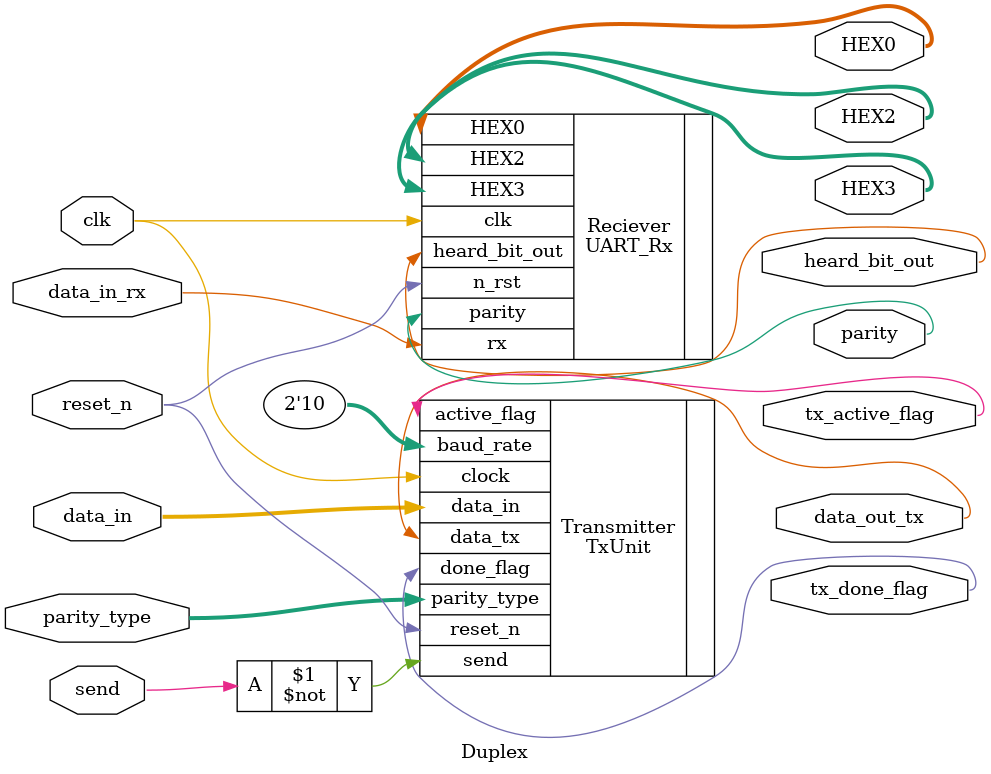
<source format=v>
/**********************************************************************************************
 * Project Name       : UART FULL DUPLEX MODULE TOP
 * Engineer           : Daniel Diaz Platon
 * Module description : 
 * Target             : 5CSXFC6D6F31C6
 * Date               : 2024/05/08
 **********************************************************************************************/

module Duplex (
    input   wire         reset_n,       //  Active low reset.
    input   wire         send,          //  An enable to start sending data.
    input   wire         clk,         //  The main system's clock.
    input   wire         data_in_rx,      //  Serial data recieved from the transmitter.
    input   wire  [1:0]  parity_type,   //  Parity type agreed upon by the Tx and Rx units.
    // input   wire  [1:0]  baud_rate,     //  Baud Rate agreed upon by the Tx and Rx units.
    input   wire  [7:0]  data_in,       //  The data input.

    output  wire         tx_active_flag, //  outputs logic 1 when data is in progress.
    output  wire         tx_done_flag,   //  Outputs logic 1 when data is transmitted
    // output  wire         rx_active_flag, //  outputs logic 1 when data is in progress.
    // output  wire         rx_done_flag,   //  Outputs logic 1 when data is recieved
    // output  wire  [7:0]  data_out_rx,       //  The 8-bits data separated from the frame.
    output  wire         data_out_tx,        //  The 8-bits data separated from the frame.
    output               parity,
    output               heard_bit_out,
	output [6:0]         HEX0,
	output [6:0]         HEX2,
	output [6:0]         HEX3
    // output  wire  [2:0]  error_flag,
    // Display
    // output seg_a,
    // output seg_b,
    // output seg_c,
    // output seg_d,
    // output seg_e,
    // output seg_f,
    // output seg_g
    //  Consits of three bits, each bit is a flag for an error
    //  error_flag[0] ParityError flag, error_flag[1] StartError flag,
    //  error_flag[2] StopError flag.
);

//  wires for interconnection
// wire        data_tx_w;        //  Serial transmitter's data out.
// wire [7:0]  data_out_rx_w;
// wire [3:0]  bin_w;

//  Transmitter unit instance
TxUnit Transmitter(
    //  Inputs
    .reset_n(reset_n),
    .send(~send),
    .clock(clk),
    .parity_type(parity_type),
    .baud_rate(2'b10),
    .data_in(data_in),

    //  Outputs
    .data_tx(data_out_tx),
    .active_flag(tx_active_flag),
    .done_flag(tx_done_flag)
);

//  Reciever unit instance
UART_Rx Reciever(
	.clk(clk),
	.n_rst(reset_n),
	.rx(data_in_rx),
	.parity(parity),
	// .Rx_SR(),
	.heard_bit_out(heard_bit_out),
	.HEX0(HEX0),
	.HEX2(HEX2),
	.HEX3(HEX3)
);

endmodule
</source>
